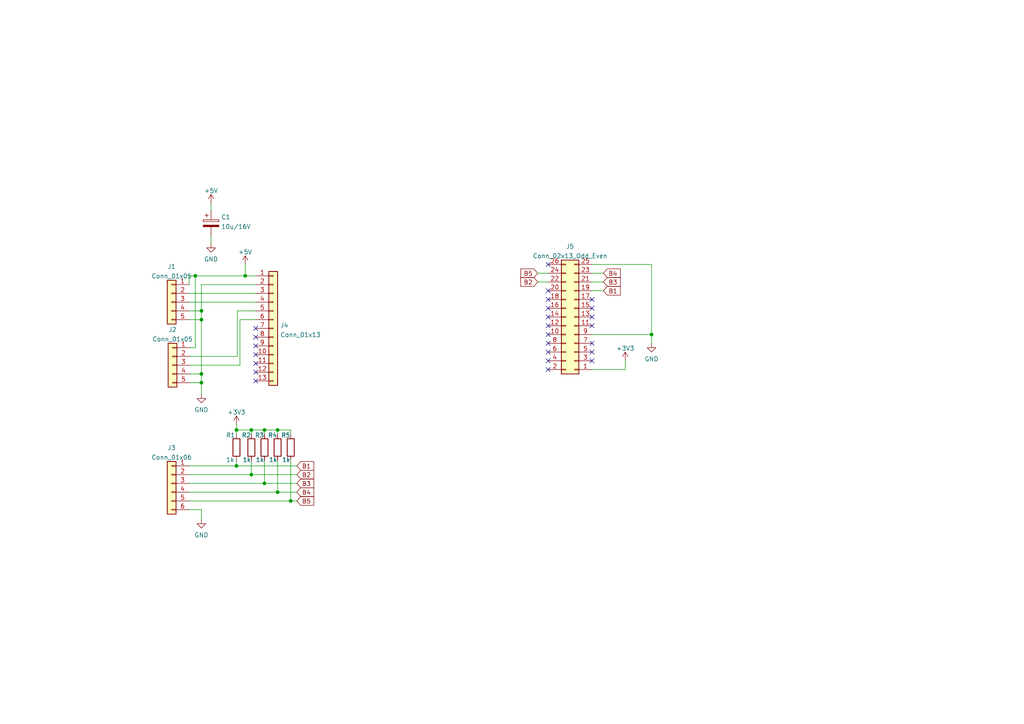
<source format=kicad_sch>
(kicad_sch (version 20211123) (generator eeschema)
  (paper "A4")
  (lib_symbols
    (symbol "Connector_Generic:Conn_01x05" (pin_names (offset 1.016) hide)
      (property "Reference" "J" (at 0 7.62 0))
      (property "Value" "Conn_01x05" (at 0 -7.62 0))
      (symbol "Conn_01x05_1_1"
        (rectangle (start -1.27 -4.953) (end 0 -5.207) (stroke (width 0.1524)))
        (rectangle (start -1.27 -2.413) (end 0 -2.667) (stroke (width 0.1524)))
        (rectangle (start -1.27 0.127) (end 0 -0.127) (stroke (width 0.1524)))
        (rectangle (start -1.27 2.667) (end 0 2.413) (stroke (width 0.1524)))
        (rectangle (start -1.27 5.207) (end 0 4.953) (stroke (width 0.1524)))
        (rectangle (start -1.27 6.35) (end 1.27 -6.35) (stroke (width 0.254)) (fill (type background)))
        (pin passive line (at -5.08 5.08 0) (length 3.81) (name "Pin_1") (number "1"))
        (pin passive line (at -5.08 2.54 0) (length 3.81) (name "Pin_2") (number "2"))
        (pin passive line (at -5.08 0 0) (length 3.81) (name "Pin_3") (number "3"))
        (pin passive line (at -5.08 -2.54 0) (length 3.81) (name "Pin_4") (number "4"))
        (pin passive line (at -5.08 -5.08 0) (length 3.81) (name "Pin_5") (number "5"))
      )
    )
    (symbol "Connector_Generic:Conn_01x06" (pin_names (offset 1.016) hide)
      (property "Reference" "J" (at 0 7.62 0))
      (property "Value" "Conn_01x06" (at 0 -10.16 0))
      (symbol "Conn_01x06_1_1"
        (rectangle (start -1.27 -7.493) (end 0 -7.747) (stroke (width 0.1524)))
        (rectangle (start -1.27 -4.953) (end 0 -5.207) (stroke (width 0.1524)))
        (rectangle (start -1.27 -2.413) (end 0 -2.667) (stroke (width 0.1524)))
        (rectangle (start -1.27 0.127) (end 0 -0.127) (stroke (width 0.1524)))
        (rectangle (start -1.27 2.667) (end 0 2.413) (stroke (width 0.1524)))
        (rectangle (start -1.27 5.207) (end 0 4.953) (stroke (width 0.1524)))
        (rectangle (start -1.27 6.35) (end 1.27 -8.89) (stroke (width 0.254)) (fill (type background)))
        (pin passive line (at -5.08 5.08 0) (length 3.81) (name "Pin_1") (number "1"))
        (pin passive line (at -5.08 2.54 0) (length 3.81) (name "Pin_2") (number "2"))
        (pin passive line (at -5.08 0 0) (length 3.81) (name "Pin_3") (number "3"))
        (pin passive line (at -5.08 -2.54 0) (length 3.81) (name "Pin_4") (number "4"))
        (pin passive line (at -5.08 -5.08 0) (length 3.81) (name "Pin_5") (number "5"))
        (pin passive line (at -5.08 -7.62 0) (length 3.81) (name "Pin_6") (number "6"))
      )
    )
    (symbol "Connector_Generic:Conn_01x13" (pin_names (offset 1.016) hide)
      (property "Reference" "J" (at 0 17.78 0))
      (property "Value" "Conn_01x13" (at 0 -17.78 0))
      (symbol "Conn_01x13_1_1"
        (rectangle (start -1.27 -15.113) (end 0 -15.367) (stroke (width 0.1524)))
        (rectangle (start -1.27 -12.573) (end 0 -12.827) (stroke (width 0.1524)))
        (rectangle (start -1.27 -10.033) (end 0 -10.287) (stroke (width 0.1524)))
        (rectangle (start -1.27 -7.493) (end 0 -7.747) (stroke (width 0.1524)))
        (rectangle (start -1.27 -4.953) (end 0 -5.207) (stroke (width 0.1524)))
        (rectangle (start -1.27 -2.413) (end 0 -2.667) (stroke (width 0.1524)))
        (rectangle (start -1.27 0.127) (end 0 -0.127) (stroke (width 0.1524)))
        (rectangle (start -1.27 2.667) (end 0 2.413) (stroke (width 0.1524)))
        (rectangle (start -1.27 5.207) (end 0 4.953) (stroke (width 0.1524)))
        (rectangle (start -1.27 7.747) (end 0 7.493) (stroke (width 0.1524)))
        (rectangle (start -1.27 10.287) (end 0 10.033) (stroke (width 0.1524)))
        (rectangle (start -1.27 12.827) (end 0 12.573) (stroke (width 0.1524)))
        (rectangle (start -1.27 15.367) (end 0 15.113) (stroke (width 0.1524)))
        (rectangle (start -1.27 16.51) (end 1.27 -16.51) (stroke (width 0.254)) (fill (type background)))
        (pin passive line (at -5.08 15.24 0) (length 3.81) (name "Pin_1") (number "1"))
        (pin passive line (at -5.08 -7.62 0) (length 3.81) (name "Pin_10") (number "10"))
        (pin passive line (at -5.08 -10.16 0) (length 3.81) (name "Pin_11") (number "11"))
        (pin passive line (at -5.08 -12.7 0) (length 3.81) (name "Pin_12") (number "12"))
        (pin passive line (at -5.08 -15.24 0) (length 3.81) (name "Pin_13") (number "13"))
        (pin passive line (at -5.08 12.7 0) (length 3.81) (name "Pin_2") (number "2"))
        (pin passive line (at -5.08 10.16 0) (length 3.81) (name "Pin_3") (number "3"))
        (pin passive line (at -5.08 7.62 0) (length 3.81) (name "Pin_4") (number "4"))
        (pin passive line (at -5.08 5.08 0) (length 3.81) (name "Pin_5") (number "5"))
        (pin passive line (at -5.08 2.54 0) (length 3.81) (name "Pin_6") (number "6"))
        (pin passive line (at -5.08 0 0) (length 3.81) (name "Pin_7") (number "7"))
        (pin passive line (at -5.08 -2.54 0) (length 3.81) (name "Pin_8") (number "8"))
        (pin passive line (at -5.08 -5.08 0) (length 3.81) (name "Pin_9") (number "9"))
      )
    )
    (symbol "Connector_Generic:Conn_02x13_Odd_Even" (pin_names (offset 1.016) hide)
      (property "Reference" "J" (at 1.27 17.78 0))
      (property "Value" "Conn_02x13_Odd_Even" (at 1.27 -17.78 0))
      (symbol "Conn_02x13_Odd_Even_1_1"
        (rectangle (start -1.27 -15.113) (end 0 -15.367) (stroke (width 0.1524)))
        (rectangle (start -1.27 -12.573) (end 0 -12.827) (stroke (width 0.1524)))
        (rectangle (start -1.27 -10.033) (end 0 -10.287) (stroke (width 0.1524)))
        (rectangle (start -1.27 -7.493) (end 0 -7.747) (stroke (width 0.1524)))
        (rectangle (start -1.27 -4.953) (end 0 -5.207) (stroke (width 0.1524)))
        (rectangle (start -1.27 -2.413) (end 0 -2.667) (stroke (width 0.1524)))
        (rectangle (start -1.27 0.127) (end 0 -0.127) (stroke (width 0.1524)))
        (rectangle (start -1.27 2.667) (end 0 2.413) (stroke (width 0.1524)))
        (rectangle (start -1.27 5.207) (end 0 4.953) (stroke (width 0.1524)))
        (rectangle (start -1.27 7.747) (end 0 7.493) (stroke (width 0.1524)))
        (rectangle (start -1.27 10.287) (end 0 10.033) (stroke (width 0.1524)))
        (rectangle (start -1.27 12.827) (end 0 12.573) (stroke (width 0.1524)))
        (rectangle (start -1.27 15.367) (end 0 15.113) (stroke (width 0.1524)))
        (rectangle (start -1.27 16.51) (end 3.81 -16.51) (stroke (width 0.254)) (fill (type background)))
        (rectangle (start 3.81 -15.113) (end 2.54 -15.367) (stroke (width 0.1524)))
        (rectangle (start 3.81 -12.573) (end 2.54 -12.827) (stroke (width 0.1524)))
        (rectangle (start 3.81 -10.033) (end 2.54 -10.287) (stroke (width 0.1524)))
        (rectangle (start 3.81 -7.493) (end 2.54 -7.747) (stroke (width 0.1524)))
        (rectangle (start 3.81 -4.953) (end 2.54 -5.207) (stroke (width 0.1524)))
        (rectangle (start 3.81 -2.413) (end 2.54 -2.667) (stroke (width 0.1524)))
        (rectangle (start 3.81 0.127) (end 2.54 -0.127) (stroke (width 0.1524)))
        (rectangle (start 3.81 2.667) (end 2.54 2.413) (stroke (width 0.1524)))
        (rectangle (start 3.81 5.207) (end 2.54 4.953) (stroke (width 0.1524)))
        (rectangle (start 3.81 7.747) (end 2.54 7.493) (stroke (width 0.1524)))
        (rectangle (start 3.81 10.287) (end 2.54 10.033) (stroke (width 0.1524)))
        (rectangle (start 3.81 12.827) (end 2.54 12.573) (stroke (width 0.1524)))
        (rectangle (start 3.81 15.367) (end 2.54 15.113) (stroke (width 0.1524)))
        (pin passive line (at -5.08 15.24 0) (length 3.81) (name "Pin_1") (number "1"))
        (pin passive line (at 7.62 5.08 180) (length 3.81) (name "Pin_10") (number "10"))
        (pin passive line (at -5.08 2.54 0) (length 3.81) (name "Pin_11") (number "11"))
        (pin passive line (at 7.62 2.54 180) (length 3.81) (name "Pin_12") (number "12"))
        (pin passive line (at -5.08 0 0) (length 3.81) (name "Pin_13") (number "13"))
        (pin passive line (at 7.62 0 180) (length 3.81) (name "Pin_14") (number "14"))
        (pin passive line (at -5.08 -2.54 0) (length 3.81) (name "Pin_15") (number "15"))
        (pin passive line (at 7.62 -2.54 180) (length 3.81) (name "Pin_16") (number "16"))
        (pin passive line (at -5.08 -5.08 0) (length 3.81) (name "Pin_17") (number "17"))
        (pin passive line (at 7.62 -5.08 180) (length 3.81) (name "Pin_18") (number "18"))
        (pin passive line (at -5.08 -7.62 0) (length 3.81) (name "Pin_19") (number "19"))
        (pin passive line (at 7.62 15.24 180) (length 3.81) (name "Pin_2") (number "2"))
        (pin passive line (at 7.62 -7.62 180) (length 3.81) (name "Pin_20") (number "20"))
        (pin passive line (at -5.08 -10.16 0) (length 3.81) (name "Pin_21") (number "21"))
        (pin passive line (at 7.62 -10.16 180) (length 3.81) (name "Pin_22") (number "22"))
        (pin passive line (at -5.08 -12.7 0) (length 3.81) (name "Pin_23") (number "23"))
        (pin passive line (at 7.62 -12.7 180) (length 3.81) (name "Pin_24") (number "24"))
        (pin passive line (at -5.08 -15.24 0) (length 3.81) (name "Pin_25") (number "25"))
        (pin passive line (at 7.62 -15.24 180) (length 3.81) (name "Pin_26") (number "26"))
        (pin passive line (at -5.08 12.7 0) (length 3.81) (name "Pin_3") (number "3"))
        (pin passive line (at 7.62 12.7 180) (length 3.81) (name "Pin_4") (number "4"))
        (pin passive line (at -5.08 10.16 0) (length 3.81) (name "Pin_5") (number "5"))
        (pin passive line (at 7.62 10.16 180) (length 3.81) (name "Pin_6") (number "6"))
        (pin passive line (at -5.08 7.62 0) (length 3.81) (name "Pin_7") (number "7"))
        (pin passive line (at 7.62 7.62 180) (length 3.81) (name "Pin_8") (number "8"))
        (pin passive line (at -5.08 5.08 0) (length 3.81) (name "Pin_9") (number "9"))
      )
    )
    (symbol "Device:CP" (pin_numbers hide) (pin_names (offset 0.254))
      (property "Reference" "C" (at 0.635 2.54 0))
      (property "Value" "CP" (at 0.635 -2.54 0))
      (symbol "CP_0_1"
        (rectangle (start -2.286 0.508) (end -2.286 1.016))
        (rectangle (start -2.286 0.508) (end 2.286 0.508))
        (polyline (pts (xy -1.778 2.286) (xy -0.762 2.286)))
        (polyline (pts (xy -1.27 2.794) (xy -1.27 1.778)))
        (rectangle (start 2.286 -0.508) (end -2.286 -1.016) (fill (type outline)))
        (rectangle (start 2.286 1.016) (end -2.286 1.016))
        (rectangle (start 2.286 1.016) (end 2.286 0.508))
      )
      (symbol "CP_1_1"
        (pin passive line (at 0 3.81 270) (length 2.794) (name "~") (number "1"))
        (pin passive line (at 0 -3.81 90) (length 2.794) (name "~") (number "2"))
      )
    )
    (symbol "Device:R" (pin_numbers hide) (pin_names (offset 0))
      (property "Reference" "R" (at 2.032 0 90))
      (property "Value" "R" (at 0 0 90))
      (symbol "R_0_1"
        (rectangle (start -1.016 -2.54) (end 1.016 2.54) (stroke (width 0.254)))
      )
      (symbol "R_1_1"
        (pin passive line (at 0 3.81 270) (length 1.27) (name "~") (number "1"))
        (pin passive line (at 0 -3.81 90) (length 1.27) (name "~") (number "2"))
      )
    )
    (symbol "power:+3.3V" (power) (pin_names (offset 0))
      (property "Value" "+3.3V" (at 0 3.556 0))
      (symbol "+3.3V_0_1"
        (polyline (pts (xy -0.762 1.27) (xy 0 2.54)))
        (polyline (pts (xy 0 0) (xy 0 2.54)))
        (polyline (pts (xy 0 2.54) (xy 0.762 1.27)))
      )
      (symbol "+3.3V_1_1"
        (pin power_in line (at 0 0 90) (length 0) hide (name "+3V3") (number "1"))
      )
    )
    (symbol "power:+5V" (power) (pin_names (offset 0))
      (property "Value" "+5V" (at 0 3.556 0))
      (symbol "+5V_0_1"
        (polyline (pts (xy -0.762 1.27) (xy 0 2.54)))
        (polyline (pts (xy 0 0) (xy 0 2.54)))
        (polyline (pts (xy 0 2.54) (xy 0.762 1.27)))
      )
      (symbol "+5V_1_1"
        (pin power_in line (at 0 0 90) (length 0) hide (name "+5V") (number "1"))
      )
    )
    (symbol "power:GND" (power) (pin_names (offset 0))
      (property "Value" "GND" (at 0 -3.81 0))
      (symbol "GND_0_1"
        (polyline (pts (xy 0 0) (xy 0 -1.27) (xy 1.27 -1.27) (xy 0 -2.54) (xy -1.27 -1.27) (xy 0 -1.27)))
      )
      (symbol "GND_1_1"
        (pin power_in line (at 0 0 270) (length 0) hide (name "GND") (number "1"))
      )
    )
  )
  (junction (at 58.42 108.458))
  (junction (at 188.976 97.028))
  (junction (at 68.58 124.714))
  (junction (at 72.898 124.714))
  (junction (at 76.708 124.714))
  (junction (at 58.42 92.71))
  (junction (at 76.708 140.208))
  (junction (at 80.518 142.748))
  (junction (at 58.42 90.17))
  (junction (at 80.518 124.714))
  (junction (at 58.42 110.998))
  (junction (at 68.58 135.128))
  (junction (at 56.642 80.01))
  (junction (at 72.898 137.668))
  (junction (at 71.12 80.01))
  (junction (at 84.328 145.288))
  (no_connect (at 171.704 99.568))
  (no_connect (at 159.004 91.948))
  (no_connect (at 159.004 89.408))
  (no_connect (at 171.704 102.108))
  (no_connect (at 171.704 94.488))
  (no_connect (at 159.004 94.488))
  (no_connect (at 159.004 104.648))
  (no_connect (at 159.004 107.188))
  (no_connect (at 74.168 102.87))
  (no_connect (at 74.168 107.95))
  (no_connect (at 74.168 110.49))
  (no_connect (at 74.168 105.41))
  (no_connect (at 74.168 95.25))
  (no_connect (at 74.168 97.79))
  (no_connect (at 74.168 100.33))
  (no_connect (at 159.004 102.108))
  (no_connect (at 171.704 104.648))
  (no_connect (at 171.704 89.408))
  (no_connect (at 171.704 86.868))
  (no_connect (at 159.004 84.328))
  (no_connect (at 159.004 86.868))
  (no_connect (at 159.004 97.028))
  (no_connect (at 159.004 76.708))
  (no_connect (at 171.704 91.948))
  (no_connect (at 159.004 99.568))
  (wire (pts (xy 72.898 124.714) (xy 76.708 124.714)))
  (wire (pts (xy 68.58 124.714) (xy 68.58 125.984)))
  (wire (pts (xy 58.42 150.622) (xy 58.42 147.828)))
  (wire (pts (xy 155.956 79.248) (xy 159.004 79.248)))
  (wire (pts (xy 55.118 100.838) (xy 56.642 100.838)))
  (wire (pts (xy 55.118 103.378) (xy 68.834 103.378)))
  (wire (pts (xy 171.704 76.708) (xy 188.976 76.708)))
  (wire (pts (xy 68.834 90.17) (xy 74.168 90.17)))
  (wire (pts (xy 54.864 92.71) (xy 58.42 92.71)))
  (wire (pts (xy 68.58 123.19) (xy 68.58 124.714)))
  (wire (pts (xy 76.708 124.714) (xy 80.518 124.714)))
  (wire (pts (xy 68.58 135.128) (xy 86.106 135.128)))
  (wire (pts (xy 171.704 97.028) (xy 188.976 97.028)))
  (wire (pts (xy 54.864 137.668) (xy 72.898 137.668)))
  (wire (pts (xy 58.42 82.55) (xy 74.168 82.55)))
  (wire (pts (xy 54.864 140.208) (xy 76.708 140.208)))
  (wire (pts (xy 58.42 90.17) (xy 54.864 90.17)))
  (wire (pts (xy 155.956 81.788) (xy 159.004 81.788)))
  (wire (pts (xy 61.214 68.58) (xy 61.214 70.612)))
  (wire (pts (xy 54.864 142.748) (xy 80.518 142.748)))
  (wire (pts (xy 58.42 82.55) (xy 58.42 90.17)))
  (wire (pts (xy 55.118 105.918) (xy 69.596 105.918)))
  (wire (pts (xy 55.118 110.998) (xy 58.42 110.998)))
  (wire (pts (xy 72.898 133.604) (xy 72.898 137.668)))
  (wire (pts (xy 54.864 80.01) (xy 56.642 80.01)))
  (wire (pts (xy 58.42 92.71) (xy 58.42 108.458)))
  (wire (pts (xy 76.708 124.714) (xy 76.708 125.984)))
  (wire (pts (xy 181.356 104.648) (xy 181.356 107.188)))
  (wire (pts (xy 171.704 84.328) (xy 175.006 84.328)))
  (wire (pts (xy 171.704 79.248) (xy 175.006 79.248)))
  (wire (pts (xy 58.42 108.458) (xy 58.42 110.998)))
  (wire (pts (xy 54.864 135.128) (xy 68.58 135.128)))
  (wire (pts (xy 54.864 80.01) (xy 54.864 82.55)))
  (wire (pts (xy 84.328 145.288) (xy 86.106 145.288)))
  (wire (pts (xy 71.12 80.01) (xy 74.168 80.01)))
  (wire (pts (xy 84.328 124.714) (xy 84.328 125.984)))
  (wire (pts (xy 80.518 133.604) (xy 80.518 142.748)))
  (wire (pts (xy 54.864 87.63) (xy 74.168 87.63)))
  (wire (pts (xy 56.642 100.838) (xy 56.642 80.01)))
  (wire (pts (xy 84.328 133.604) (xy 84.328 145.288)))
  (wire (pts (xy 76.708 133.604) (xy 76.708 140.208)))
  (wire (pts (xy 80.518 124.714) (xy 84.328 124.714)))
  (wire (pts (xy 56.642 80.01) (xy 71.12 80.01)))
  (wire (pts (xy 68.58 124.714) (xy 72.898 124.714)))
  (wire (pts (xy 68.58 133.604) (xy 68.58 135.128)))
  (wire (pts (xy 80.518 124.714) (xy 80.518 125.984)))
  (wire (pts (xy 68.834 90.17) (xy 68.834 103.378)))
  (wire (pts (xy 69.596 92.71) (xy 69.596 105.918)))
  (wire (pts (xy 80.518 142.748) (xy 86.106 142.748)))
  (wire (pts (xy 76.708 140.208) (xy 86.106 140.208)))
  (wire (pts (xy 54.864 85.09) (xy 74.168 85.09)))
  (wire (pts (xy 61.214 58.928) (xy 61.214 60.96)))
  (wire (pts (xy 54.864 145.288) (xy 84.328 145.288)))
  (wire (pts (xy 58.42 110.998) (xy 58.42 114.3)))
  (wire (pts (xy 74.168 92.71) (xy 69.596 92.71)))
  (wire (pts (xy 188.976 97.028) (xy 188.976 99.568)))
  (wire (pts (xy 54.864 147.828) (xy 58.42 147.828)))
  (wire (pts (xy 71.12 76.708) (xy 71.12 80.01)))
  (wire (pts (xy 181.356 107.188) (xy 171.704 107.188)))
  (wire (pts (xy 188.976 76.708) (xy 188.976 97.028)))
  (wire (pts (xy 72.898 124.714) (xy 72.898 125.984)))
  (wire (pts (xy 58.42 90.17) (xy 58.42 92.71)))
  (wire (pts (xy 171.704 81.788) (xy 175.006 81.788)))
  (wire (pts (xy 58.42 108.458) (xy 55.118 108.458)))
  (wire (pts (xy 72.898 137.668) (xy 86.106 137.668)))
  (global_label "B3" (shape input) (at 86.106 140.208 0) (property "Intersheet References" "${INTERSHEET_REFS}" (effects hide)))
  (global_label "B3" (shape input) (at 175.006 81.788 0) (property "Intersheet References" "${INTERSHEET_REFS}" (effects hide)))
  (global_label "B4" (shape input) (at 175.006 79.248 0) (property "Intersheet References" "${INTERSHEET_REFS}" (effects hide)))
  (global_label "B1" (shape input) (at 175.006 84.328 0) (property "Intersheet References" "${INTERSHEET_REFS}" (effects hide)))
  (global_label "B2" (shape input) (at 86.106 137.668 0) (property "Intersheet References" "${INTERSHEET_REFS}" (effects hide)))
  (global_label "B5" (shape input) (at 155.956 79.248 180) (property "Intersheet References" "${INTERSHEET_REFS}" (effects hide)))
  (global_label "B4" (shape input) (at 86.106 142.748 0) (property "Intersheet References" "${INTERSHEET_REFS}" (effects hide)))
  (global_label "B1" (shape input) (at 86.106 135.128 0) (property "Intersheet References" "${INTERSHEET_REFS}" (effects hide)))
  (global_label "B2" (shape input) (at 155.956 81.788 180) (property "Intersheet References" "${INTERSHEET_REFS}" (effects hide)))
  (global_label "B5" (shape input) (at 86.106 145.288 0) (property "Intersheet References" "${INTERSHEET_REFS}" (effects hide)))
  (symbol (lib_id "Device:R") (at 80.518 129.794 0) (unit 1)
    (property "Reference" "R4" (at 77.724 126.238 0) (effects (justify left)))
    (property "Value" "1k" (at 77.978 133.35 0) (effects (justify left)))
    (property "Footprint" "Resistor_SMD:R_0603_1608Metric" (effects hide))
  )
  (symbol (lib_id "power:GND") (at 58.42 114.3 0) (unit 1)
    (property "Reference" "#PWR0102" (effects hide))
    (property "Value" "GND" (at 58.42 118.8625 0))
  )
  (symbol (lib_id "Device:R") (at 68.58 129.794 0) (unit 1)
    (property "Reference" "R1" (at 65.532 126.238 0) (effects (justify left)))
    (property "Value" "1k" (at 65.532 133.35 0) (effects (justify left)))
    (property "Footprint" "Resistor_SMD:R_0603_1608Metric" (effects hide))
  )
  (symbol (lib_id "power:+3.3V") (at 68.58 123.19 0) (unit 1)
    (property "Reference" "#PWR03" (effects hide))
    (property "Value" "+3.3V" (at 68.58 119.5855 0))
  )
  (symbol (lib_id "power:GND") (at 188.976 99.568 0) (unit 1)
    (property "Reference" "#PWR0105" (effects hide))
    (property "Value" "GND" (at 188.976 104.1305 0))
  )
  (symbol (lib_id "Device:R") (at 72.898 129.794 0) (unit 1)
    (property "Reference" "R2" (at 70.104 126.238 0) (effects (justify left)))
    (property "Value" "1k" (at 70.358 133.35 0) (effects (justify left)))
    (property "Footprint" "Resistor_SMD:R_0603_1608Metric" (effects hide))
  )
  (symbol (lib_id "Device:R") (at 84.328 129.794 0) (unit 1)
    (property "Reference" "R5" (at 81.534 126.238 0) (effects (justify left)))
    (property "Value" "1k" (at 81.788 133.35 0) (effects (justify left)))
    (property "Footprint" "Resistor_SMD:R_0603_1608Metric" (effects hide))
  )
  (symbol (lib_id "Connector_Generic:Conn_01x05") (at 49.784 87.63 0) (mirror y) (unit 1)
    (property "Reference" "J1" (at 49.784 77.3135 0))
    (property "Value" "Conn_01x05" (at 49.784 80.0886 0))
    (property "Footprint" "Connector_USB:USB_A_Molex_67643_Horizontal" (effects hide))
  )
  (symbol (lib_id "Connector_Generic:Conn_01x06") (at 49.784 140.208 0) (mirror y) (unit 1)
    (property "Reference" "J3" (at 49.784 129.8915 0))
    (property "Value" "Conn_01x06" (at 49.784 132.6666 0))
    (property "Footprint" "Connector_JST:JST_XH_S6B-XH-A_1x06_P2.50mm_Horizontal" (effects hide))
  )
  (symbol (lib_id "Device:R") (at 76.708 129.794 0) (unit 1)
    (property "Reference" "R3" (at 73.914 126.238 0) (effects (justify left)))
    (property "Value" "1k" (at 74.168 133.35 0) (effects (justify left)))
    (property "Footprint" "Resistor_SMD:R_0603_1608Metric" (effects hide))
  )
  (symbol (lib_id "power:+3.3V") (at 181.356 104.648 0) (unit 1)
    (property "Reference" "#PWR0104" (effects hide))
    (property "Value" "+3.3V" (at 181.356 101.0435 0))
  )
  (symbol (lib_id "power:GND") (at 58.42 150.622 0) (unit 1)
    (property "Reference" "#PWR0103" (effects hide))
    (property "Value" "GND" (at 58.42 155.1845 0))
  )
  (symbol (lib_id "Connector_Generic:Conn_02x13_Odd_Even") (at 166.624 91.948 180) (unit 1)
    (property "Reference" "J5" (at 165.354 71.4715 0))
    (property "Value" "Conn_02x13_Odd_Even" (at 165.354 74.2466 0))
    (property "Footprint" "Connector_PinSocket_2.54mm:PinSocket_2x13_P2.54mm_Vertical" (effects hide))
  )
  (symbol (lib_id "Connector_Generic:Conn_01x05") (at 50.038 105.918 0) (mirror y) (unit 1)
    (property "Reference" "J2" (at 50.038 95.6015 0))
    (property "Value" "Conn_01x05" (at 50.038 98.3766 0))
    (property "Footprint" "Connector_USB:USB_A_Molex_67643_Horizontal" (effects hide))
  )
  (symbol (lib_id "power:+5V") (at 61.214 58.928 0) (unit 1)
    (property "Reference" "#PWR01" (effects hide))
    (property "Value" "+5V" (at 61.214 55.3235 0))
  )
  (symbol (lib_id "Device:CP") (at 61.214 64.77 0) (unit 1)
    (property "Reference" "C1" (at 64.135 62.9725 0) (effects (justify left)))
    (property "Value" "10u/16V" (at 64.135 65.7476 0) (effects (justify left)))
    (property "Footprint" "Capacitor_Tantalum_SMD:CP_EIA-7343-43_Kemet-X" (effects hide))
  )
  (symbol (lib_id "Connector_Generic:Conn_01x13") (at 79.248 95.25 0) (unit 1)
    (property "Reference" "J4" (at 81.28 94.3415 0) (effects (justify left)))
    (property "Value" "Conn_01x13" (at 81.28 97.1166 0) (effects (justify left)))
    (property "Footprint" "Connector_PinSocket_2.54mm:PinSocket_1x13_P2.54mm_Vertical" (effects hide))
  )
  (symbol (lib_id "power:GND") (at 61.214 70.612 0) (unit 1)
    (property "Reference" "#PWR02" (effects hide))
    (property "Value" "GND" (at 61.214 75.1745 0))
  )
  (symbol (lib_id "power:+5V") (at 71.12 76.708 0) (unit 1)
    (property "Reference" "#PWR0101" (effects hide))
    (property "Value" "+5V" (at 71.12 73.1035 0))
  )
)
</source>
